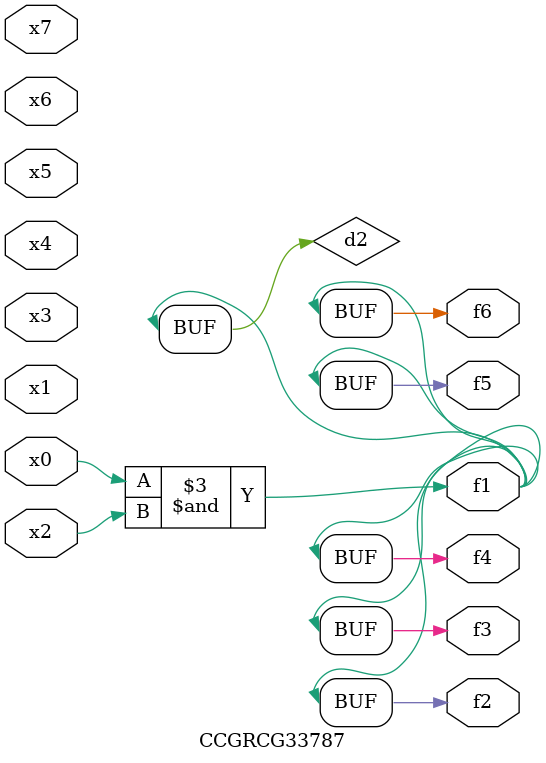
<source format=v>
module CCGRCG33787(
	input x0, x1, x2, x3, x4, x5, x6, x7,
	output f1, f2, f3, f4, f5, f6
);

	wire d1, d2;

	nor (d1, x3, x6);
	and (d2, x0, x2);
	assign f1 = d2;
	assign f2 = d2;
	assign f3 = d2;
	assign f4 = d2;
	assign f5 = d2;
	assign f6 = d2;
endmodule

</source>
